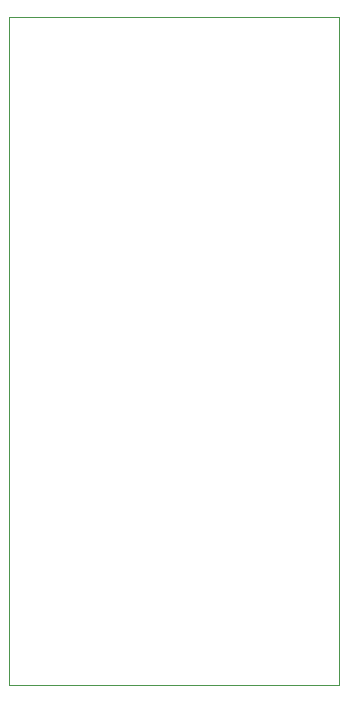
<source format=gm1>
%TF.GenerationSoftware,KiCad,Pcbnew,(6.0.5)*%
%TF.CreationDate,2024-02-04T14:23:38-06:00*%
%TF.ProjectId,i281_mux,69323831-5f6d-4757-982e-6b696361645f,rev?*%
%TF.SameCoordinates,Original*%
%TF.FileFunction,Profile,NP*%
%FSLAX46Y46*%
G04 Gerber Fmt 4.6, Leading zero omitted, Abs format (unit mm)*
G04 Created by KiCad (PCBNEW (6.0.5)) date 2024-02-04 14:23:38*
%MOMM*%
%LPD*%
G01*
G04 APERTURE LIST*
%TA.AperFunction,Profile*%
%ADD10C,0.100000*%
%TD*%
G04 APERTURE END LIST*
D10*
X140970000Y-59055000D02*
X168910000Y-59055000D01*
X168910000Y-59055000D02*
X168910000Y-115570000D01*
X168910000Y-115570000D02*
X140970000Y-115570000D01*
X140970000Y-115570000D02*
X140970000Y-59055000D01*
M02*

</source>
